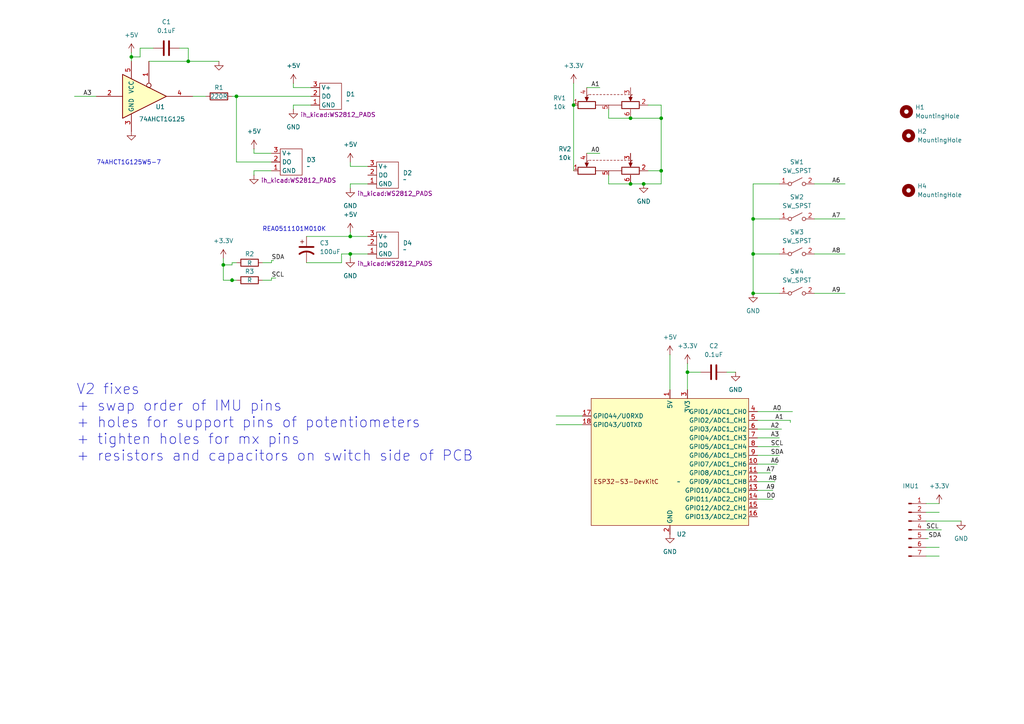
<source format=kicad_sch>
(kicad_sch (version 20231120) (generator "eeschema") (generator_version "8.0")
  (paper "A4")
  (lib_symbols
    (symbol "74xGxx:74AHCT1G125"
      (property "Reference" "U" (at -2.54 3.81 0))
      (property "Value" "74AHCT1G125" (at 0 -3.81 0))
      (symbol "74AHCT1G125_0_1"
        (polyline (pts (xy -7.62 6.35) (xy -7.62 -6.35) (xy 5.08 0) (xy -7.62 6.35)) (stroke (width 0.254)) (fill (type background)))
      )
      (symbol "74AHCT1G125_1_1"
        (pin input inverted (at 0 10.16 270) (length 7.62) (name "~") (number "1"))
        (pin input line (at -15.24 0 0) (length 7.62) (name "~") (number "2"))
        (pin power_in line (at -5.08 -10.16 90) (length 5.08) (name "GND") (number "3"))
        (pin tri_state line (at 12.7 0 180) (length 7.62) (name "~") (number "4"))
        (pin power_in line (at -5.08 10.16 270) (length 5.08) (name "VCC") (number "5"))
      )
    )
    (symbol "Connector:Conn_01x07_Pin" (pin_names (offset 1.016) hide)
      (property "Reference" "J" (at 0 10.16 0))
      (property "Value" "Conn_01x07_Pin" (at 0 -10.16 0))
      (symbol "Conn_01x07_Pin_1_1"
        (polyline (pts (xy 1.27 -7.62) (xy 0.8636 -7.62)) (stroke (width 0.1524)))
        (polyline (pts (xy 1.27 -5.08) (xy 0.8636 -5.08)) (stroke (width 0.1524)))
        (polyline (pts (xy 1.27 -2.54) (xy 0.8636 -2.54)) (stroke (width 0.1524)))
        (polyline (pts (xy 1.27 0) (xy 0.8636 0)) (stroke (width 0.1524)))
        (polyline (pts (xy 1.27 2.54) (xy 0.8636 2.54)) (stroke (width 0.1524)))
        (polyline (pts (xy 1.27 5.08) (xy 0.8636 5.08)) (stroke (width 0.1524)))
        (polyline (pts (xy 1.27 7.62) (xy 0.8636 7.62)) (stroke (width 0.1524)))
        (rectangle (start 0.8636 -7.493) (end 0 -7.747) (stroke (width 0.1524)) (fill (type outline)))
        (rectangle (start 0.8636 -4.953) (end 0 -5.207) (stroke (width 0.1524)) (fill (type outline)))
        (rectangle (start 0.8636 -2.413) (end 0 -2.667) (stroke (width 0.1524)) (fill (type outline)))
        (rectangle (start 0.8636 0.127) (end 0 -0.127) (stroke (width 0.1524)) (fill (type outline)))
        (rectangle (start 0.8636 2.667) (end 0 2.413) (stroke (width 0.1524)) (fill (type outline)))
        (rectangle (start 0.8636 5.207) (end 0 4.953) (stroke (width 0.1524)) (fill (type outline)))
        (rectangle (start 0.8636 7.747) (end 0 7.493) (stroke (width 0.1524)) (fill (type outline)))
        (pin passive line (at 5.08 7.62 180) (length 3.81) (name "Pin_1") (number "1"))
        (pin passive line (at 5.08 5.08 180) (length 3.81) (name "Pin_2") (number "2"))
        (pin passive line (at 5.08 2.54 180) (length 3.81) (name "Pin_3") (number "3"))
        (pin passive line (at 5.08 0 180) (length 3.81) (name "Pin_4") (number "4"))
        (pin passive line (at 5.08 -2.54 180) (length 3.81) (name "Pin_5") (number "5"))
        (pin passive line (at 5.08 -5.08 180) (length 3.81) (name "Pin_6") (number "6"))
        (pin passive line (at 5.08 -7.62 180) (length 3.81) (name "Pin_7") (number "7"))
      )
    )
    (symbol "Device:C" (pin_numbers hide) (pin_names (offset 0.254))
      (property "Reference" "C" (at 0.635 2.54 0))
      (property "Value" "C" (at 0.635 -2.54 0))
      (symbol "C_0_1"
        (polyline (pts (xy -2.032 -0.762) (xy 2.032 -0.762)) (stroke (width 0.508)))
        (polyline (pts (xy -2.032 0.762) (xy 2.032 0.762)) (stroke (width 0.508)))
      )
      (symbol "C_1_1"
        (pin passive line (at 0 3.81 270) (length 2.794) (name "~") (number "1"))
        (pin passive line (at 0 -3.81 90) (length 2.794) (name "~") (number "2"))
      )
    )
    (symbol "Device:C_Polarized_US" (pin_numbers hide) (pin_names (offset 0.254) hide)
      (property "Reference" "C" (at 0.635 2.54 0))
      (property "Value" "C_Polarized_US" (at 0.635 -2.54 0))
      (symbol "C_Polarized_US_0_1"
        (polyline (pts (xy -2.032 0.762) (xy 2.032 0.762)) (stroke (width 0.508)))
        (polyline (pts (xy -1.778 2.286) (xy -0.762 2.286)))
        (polyline (pts (xy -1.27 1.778) (xy -1.27 2.794)))
        (arc (start 2.032 -1.27) (mid 0 -0.5572) (end -2.032 -1.27) (stroke (width 0.508)))
      )
      (symbol "C_Polarized_US_1_1"
        (pin passive line (at 0 3.81 270) (length 2.794) (name "~") (number "1"))
        (pin passive line (at 0 -3.81 90) (length 3.302) (name "~") (number "2"))
      )
    )
    (symbol "Device:R" (pin_numbers hide) (pin_names (offset 0))
      (property "Reference" "R" (at 2.032 0 90))
      (property "Value" "R" (at 0 0 90))
      (symbol "R_0_1"
        (rectangle (start -1.016 -2.54) (end 1.016 2.54) (stroke (width 0.254)))
      )
      (symbol "R_1_1"
        (pin passive line (at 0 3.81 270) (length 1.27) (name "~") (number "1"))
        (pin passive line (at 0 -3.81 90) (length 1.27) (name "~") (number "2"))
      )
    )
    (symbol "Mechanical:MountingHole" (pin_names (offset 1.016)) (exclude_from_sim yes) (in_bom no)
      (property "Reference" "H" (at 0 5.08 0))
      (property "Value" "MountingHole" (at 0 3.175 0))
      (symbol "MountingHole_0_1"
        (circle (center 0 0) (radius 1.27) (stroke (width 1.27)))
      )
    )
    (symbol "Switch:SW_SPST" (pin_names (offset 0) hide)
      (property "Reference" "SW" (at 0 3.175 0))
      (property "Value" "SW_SPST" (at 0 -2.54 0))
      (symbol "SW_SPST_0_0"
        (circle (center -2.032 0) (radius 0.508))
        (polyline (pts (xy -1.524 0.254) (xy 1.524 1.778)))
        (circle (center 2.032 0) (radius 0.508))
      )
      (symbol "SW_SPST_1_1"
        (pin passive line (at -5.08 0 0) (length 2.54) (name "A") (number "1"))
        (pin passive line (at 5.08 0 180) (length 2.54) (name "B") (number "2"))
      )
    )
    (symbol "hattwick:R_Potentiometer_Dual_Wheel" (pin_names (offset 1.016) hide)
      (property "Reference" "RV" (at 0 3.81 0))
      (property "Value" "R_Potentiometer_Dual" (at 0 1.905 0))
      (symbol "R_Potentiometer_Dual_Wheel_0_1"
        (rectangle (start -8.89 -1.524) (end -3.81 -3.556) (stroke (width 0.254)))
        (polyline (pts (xy -6.35 0) (xy -6.35 -1.016)))
        (polyline (pts (xy -6.35 0) (xy -6.35 -1.016)))
        (polyline (pts (xy -6.35 0) (xy -5.842 0.508)))
        (polyline (pts (xy -5.588 0.508) (xy -5.08 0.508)))
        (polyline (pts (xy -4.572 0.508) (xy -4.064 0.508)))
        (polyline (pts (xy -3.81 -2.54) (xy 3.81 -2.54)))
        (polyline (pts (xy -3.556 0.508) (xy -3.048 0.508)))
        (polyline (pts (xy -2.54 0.508) (xy -2.032 0.508)))
        (polyline (pts (xy -1.524 0.508) (xy -1.016 0.508)))
        (polyline (pts (xy -0.508 0.508) (xy 0 0.508)))
        (polyline (pts (xy 0.508 0.508) (xy 1.016 0.508)))
        (polyline (pts (xy 1.524 0.508) (xy 2.032 0.508)))
        (polyline (pts (xy 2.54 0.508) (xy 3.048 0.508)))
        (polyline (pts (xy 3.556 0.508) (xy 4.064 0.508)))
        (polyline (pts (xy 4.572 0.508) (xy 5.08 0.508)))
        (polyline (pts (xy 5.588 0.508) (xy 6.096 0.508)))
        (polyline (pts (xy 6.35 0) (xy 6.35 -1.016)))
        (polyline (pts (xy 6.35 0) (xy 6.35 -1.016)))
        (polyline (pts (xy 6.604 0.508) (xy 6.858 0.508) (xy 6.35 0)))
        (polyline (pts (xy -6.35 -1.397) (xy -6.858 -0.254) (xy -5.842 -0.254) (xy -6.35 -1.397)) (fill (type outline)))
        (polyline (pts (xy 6.35 -1.397) (xy 5.842 -0.254) (xy 6.858 -0.254) (xy 6.35 -1.397)) (fill (type outline)))
        (rectangle (start 3.81 -1.524) (end 8.89 -3.556) (stroke (width 0.254)))
      )
      (symbol "R_Potentiometer_Dual_Wheel_1_0"
        (pin passive line (at 6.35 -6.35 90) (length 2.54) (name "Shield") (number "6"))
      )
      (symbol "R_Potentiometer_Dual_Wheel_1_1"
        (pin passive line (at -10.16 -2.54 0) (length 1.27) (name "1A") (number "1"))
        (pin passive line (at 11.43 -2.54 180) (length 2.54) (name "2B") (number "2"))
        (pin passive line (at 6.35 2.54 270) (length 2.54) (name "2-Wiper") (number "3"))
        (pin passive line (at -6.35 2.54 270) (length 2.54) (name "1-Wiper") (number "4"))
        (pin passive line (at 0 -3.81 90) (length 1.27) (name "Common") (number "5"))
      )
    )
    (symbol "hattwick:WS2812_Pads"
      (property "Reference" "D" (at 3.81 0 0))
      (symbol "WS2812_Pads_0_1"
        (rectangle (start -1.27 3.81) (end 5.08 -3.81))
      )
      (symbol "WS2812_Pads_1_1"
        (pin power_in line (at -3.81 -2.54 0) (length 2.54) (name "GND") (number "1"))
        (pin output line (at -3.81 0 0) (length 2.54) (name "DO") (number "2"))
        (pin power_in line (at -3.81 2.54 0) (length 2.54) (name "V+") (number "3"))
      )
    )
    (symbol "hattwick:Wifiduino-ESP32S3"
      (property "Reference" "U" (at -22.86 46.99 0))
      (symbol "Wifiduino-ESP32S3_0_0"
        (text "ESP32-S3-DevKitC" (at -15.24 0 0) (effects (font (size 1.27 1.27))))
      )
      (symbol "Wifiduino-ESP32S3_0_1"
        (rectangle (start -25.4 24.13) (end 20.32 -12.7) (fill (type background)))
      )
      (symbol "Wifiduino-ESP32S3_1_0"
        (pin bidirectional line (at 22.86 -10.16 180) (length 2.54) (name "GPIO13/ADC2_CH2") (number "16"))
        (pin bidirectional line (at -27.94 19.05 0) (length 2.54) (name "GPIO44/U0RXD") (number "17"))
        (pin bidirectional line (at -27.94 16.51 0) (length 2.54) (name "GPIO43/U0TXD") (number "18"))
        (pin power_in line (at -2.54 -15.24 90) (length 2.54) (name "GND") (number "2"))
        (pin bidirectional line (at 22.86 20.32 180) (length 2.54) (name "GPIO1/ADC1_CH0") (number "4"))
        (pin bidirectional line (at 22.86 17.78 180) (length 2.54) (name "GPIO2/ADC1_CH1") (number "5"))
      )
      (symbol "Wifiduino-ESP32S3_1_1"
        (pin power_in line (at -2.54 26.67 270) (length 2.54) (name "5V") (number "1"))
        (pin bidirectional line (at 22.86 5.08 180) (length 2.54) (name "GPIO7/ADC1_CH6") (number "10"))
        (pin bidirectional line (at 22.86 2.54 180) (length 2.54) (name "GPIO8/ADC1_CH7") (number "11"))
        (pin bidirectional line (at 22.86 0 180) (length 2.54) (name "GPIO9/ADC1_CH8") (number "12"))
        (pin bidirectional line (at 22.86 -2.54 180) (length 2.54) (name "GPIO10/ADC1_CH9") (number "13"))
        (pin bidirectional line (at 22.86 -5.08 180) (length 2.54) (name "GPIO11/ADC2_CH0") (number "14"))
        (pin bidirectional line (at 22.86 -7.62 180) (length 2.54) (name "GPIO12/ADC2_CH1") (number "15"))
        (pin power_in line (at 2.54 26.67 270) (length 2.54) (name "3V3") (number "3"))
        (pin bidirectional line (at 22.86 15.24 180) (length 2.54) (name "GPIO3/ADC1_CH2") (number "6"))
        (pin bidirectional line (at 22.86 12.7 180) (length 2.54) (name "GPIO4/ADC1_CH3") (number "7"))
        (pin bidirectional line (at 22.86 10.16 180) (length 2.54) (name "GPIO5/ADC1_CH4") (number "8"))
        (pin bidirectional line (at 22.86 7.62 180) (length 2.54) (name "GPIO6/ADC1_CH5") (number "9"))
      )
    )
    (symbol "power:+3.3V" (power) (pin_numbers hide) (pin_names (offset 0) hide)
      (property "Value" "+3.3V" (at 0 3.556 0))
      (symbol "+3.3V_0_1"
        (polyline (pts (xy -0.762 1.27) (xy 0 2.54)))
        (polyline (pts (xy 0 0) (xy 0 2.54)))
        (polyline (pts (xy 0 2.54) (xy 0.762 1.27)))
      )
      (symbol "+3.3V_1_1"
        (pin power_in line (at 0 0 90) (length 0) (name "~") (number "1"))
      )
    )
    (symbol "power:+5V" (power) (pin_numbers hide) (pin_names (offset 0) hide)
      (property "Value" "+5V" (at 0 3.556 0))
      (symbol "+5V_0_1"
        (polyline (pts (xy -0.762 1.27) (xy 0 2.54)))
        (polyline (pts (xy 0 0) (xy 0 2.54)))
        (polyline (pts (xy 0 2.54) (xy 0.762 1.27)))
      )
      (symbol "+5V_1_1"
        (pin power_in line (at 0 0 90) (length 0) (name "~") (number "1"))
      )
    )
    (symbol "power:GND" (power) (pin_numbers hide) (pin_names (offset 0) hide)
      (property "Value" "GND" (at 0 -3.81 0))
      (symbol "GND_0_1"
        (polyline (pts (xy 0 0) (xy 0 -1.27) (xy 1.27 -1.27) (xy 0 -2.54) (xy -1.27 -1.27) (xy 0 -1.27)))
      )
      (symbol "GND_1_1"
        (pin power_in line (at 0 0 270) (length 0) (name "~") (number "1"))
      )
    )
  )
  (junction (at 218.44 73.66))
  (junction (at 166.37 30.48))
  (junction (at 68.58 27.94))
  (junction (at 64.77 76.835))
  (junction (at 199.39 107.95))
  (junction (at 182.88 53.34))
  (junction (at 186.69 53.34))
  (junction (at 218.44 63.5))
  (junction (at 101.6 68.58))
  (junction (at 218.44 85.09))
  (junction (at 191.77 49.53))
  (junction (at 38.1 16.51))
  (junction (at 54.61 17.78))
  (junction (at 101.6 73.66))
  (junction (at 67.31 81.28))
  (junction (at 182.88 34.29))
  (junction (at 191.77 34.29))
  (wire (pts (xy 101.6 48.26) (xy 101.6 46.99)))
  (wire (pts (xy 90.17 25.4) (xy 85.09 25.4)))
  (wire (pts (xy 176.53 34.29) (xy 182.88 34.29)))
  (wire (pts (xy 219.71 134.62) (xy 225.425 134.62)))
  (wire (pts (xy 219.71 144.78) (xy 224.155 144.78)))
  (wire (pts (xy 219.71 121.92) (xy 229.235 121.92)))
  (wire (pts (xy 219.71 129.54) (xy 226.06 129.54)))
  (wire (pts (xy 229.235 121.92) (xy 229.235 122.555)))
  (wire (pts (xy 99.06 76.2) (xy 99.06 73.66)))
  (wire (pts (xy 199.39 107.95) (xy 199.39 113.03)))
  (wire (pts (xy 73.66 49.53) (xy 73.66 50.8)))
  (wire (pts (xy 191.77 53.34) (xy 191.77 49.53)))
  (wire (pts (xy 199.39 105.41) (xy 199.39 107.95)))
  (wire (pts (xy 106.68 48.26) (xy 101.6 48.26)))
  (wire (pts (xy 38.1 15.24) (xy 38.1 16.51)))
  (wire (pts (xy 166.37 30.48) (xy 166.37 49.53)))
  (wire (pts (xy 186.69 53.34) (xy 191.77 53.34)))
  (wire (pts (xy 218.44 63.5) (xy 218.44 73.66)))
  (wire (pts (xy 219.71 139.7) (xy 224.79 139.7)))
  (wire (pts (xy 176.53 31.75) (xy 176.53 34.29)))
  (wire (pts (xy 52.07 13.97) (xy 54.61 13.97)))
  (wire (pts (xy 76.2 76.2) (xy 78.74 76.2)))
  (wire (pts (xy 218.44 73.66) (xy 218.44 85.09)))
  (wire (pts (xy 54.61 17.78) (xy 63.5 17.78)))
  (wire (pts (xy 219.71 124.46) (xy 226.695 124.46)))
  (wire (pts (xy 191.77 49.53) (xy 191.77 34.29)))
  (wire (pts (xy 106.68 68.58) (xy 101.6 68.58)))
  (wire (pts (xy 219.71 119.38) (xy 229.87 119.38)))
  (wire (pts (xy 219.71 137.16) (xy 223.52 137.16)))
  (wire (pts (xy 64.77 76.835) (xy 64.77 81.28)))
  (wire (pts (xy 78.74 49.53) (xy 73.66 49.53)))
  (wire (pts (xy 78.74 80.645) (xy 80.01 80.645)))
  (wire (pts (xy 73.66 44.45) (xy 73.66 43.18)))
  (wire (pts (xy 64.77 76.835) (xy 67.31 76.835)))
  (wire (pts (xy 67.31 81.28) (xy 68.58 81.28)))
  (wire (pts (xy 44.45 13.97) (xy 40.64 13.97)))
  (wire (pts (xy 199.39 107.95) (xy 203.2 107.95)))
  (wire (pts (xy 268.605 146.05) (xy 272.415 146.05)))
  (wire (pts (xy 64.77 74.93) (xy 64.77 76.835)))
  (wire (pts (xy 236.22 85.09) (xy 245.11 85.09)))
  (wire (pts (xy 268.605 153.67) (xy 273.05 153.67)))
  (wire (pts (xy 67.31 81.28) (xy 67.31 80.645)))
  (wire (pts (xy 106.68 73.66) (xy 101.6 73.66)))
  (wire (pts (xy 170.18 25.4) (xy 173.99 25.4)))
  (wire (pts (xy 78.74 76.2) (xy 78.74 75.565)))
  (wire (pts (xy 21.59 27.94) (xy 27.94 27.94)))
  (wire (pts (xy 106.68 53.34) (xy 101.6 53.34)))
  (wire (pts (xy 218.44 53.34) (xy 218.44 63.5)))
  (wire (pts (xy 85.09 25.4) (xy 85.09 24.13)))
  (wire (pts (xy 88.9 68.58) (xy 101.6 68.58)))
  (wire (pts (xy 101.6 73.66) (xy 101.6 74.93)))
  (wire (pts (xy 54.61 13.97) (xy 54.61 17.78)))
  (wire (pts (xy 88.9 76.2) (xy 99.06 76.2)))
  (wire (pts (xy 219.71 127) (xy 226.06 127)))
  (wire (pts (xy 101.6 53.34) (xy 101.6 54.61)))
  (wire (pts (xy 166.37 24.13) (xy 166.37 30.48)))
  (wire (pts (xy 67.31 76.2) (xy 68.58 76.2)))
  (wire (pts (xy 40.64 16.51) (xy 38.1 16.51)))
  (wire (pts (xy 219.71 142.24) (xy 224.155 142.24)))
  (wire (pts (xy 176.53 53.34) (xy 182.88 53.34)))
  (wire (pts (xy 43.18 17.78) (xy 54.61 17.78)))
  (wire (pts (xy 268.605 151.13) (xy 278.765 151.13)))
  (wire (pts (xy 55.88 27.94) (xy 59.69 27.94)))
  (wire (pts (xy 78.74 81.28) (xy 78.74 80.645)))
  (wire (pts (xy 101.6 68.58) (xy 101.6 67.31)))
  (wire (pts (xy 40.64 13.97) (xy 40.64 16.51)))
  (wire (pts (xy 268.605 161.29) (xy 272.415 161.29)))
  (wire (pts (xy 78.74 44.45) (xy 73.66 44.45)))
  (wire (pts (xy 170.18 44.45) (xy 173.99 44.45)))
  (wire (pts (xy 191.77 30.48) (xy 191.77 34.29)))
  (wire (pts (xy 210.82 107.95) (xy 213.36 107.95)))
  (wire (pts (xy 236.22 73.66) (xy 245.11 73.66)))
  (wire (pts (xy 78.74 75.565) (xy 79.375 75.565)))
  (wire (pts (xy 187.96 49.53) (xy 191.77 49.53)))
  (wire (pts (xy 219.71 132.08) (xy 226.06 132.08)))
  (wire (pts (xy 68.58 46.99) (xy 68.58 27.94)))
  (wire (pts (xy 176.53 50.8) (xy 176.53 53.34)))
  (wire (pts (xy 236.22 63.5) (xy 245.11 63.5)))
  (wire (pts (xy 218.44 85.09) (xy 226.06 85.09)))
  (wire (pts (xy 67.31 76.835) (xy 67.31 76.2)))
  (wire (pts (xy 161.29 123.19) (xy 168.91 123.19)))
  (wire (pts (xy 85.09 30.48) (xy 85.09 31.75)))
  (wire (pts (xy 67.31 27.94) (xy 68.58 27.94)))
  (wire (pts (xy 90.17 30.48) (xy 85.09 30.48)))
  (wire (pts (xy 99.06 73.66) (xy 101.6 73.66)))
  (wire (pts (xy 218.44 53.34) (xy 226.06 53.34)))
  (wire (pts (xy 182.88 53.34) (xy 186.69 53.34)))
  (wire (pts (xy 76.2 81.28) (xy 78.74 81.28)))
  (wire (pts (xy 191.77 34.29) (xy 182.88 34.29)))
  (wire (pts (xy 268.605 156.21) (xy 269.24 156.21)))
  (wire (pts (xy 218.44 63.5) (xy 226.06 63.5)))
  (wire (pts (xy 161.29 120.65) (xy 168.91 120.65)))
  (wire (pts (xy 187.96 30.48) (xy 191.77 30.48)))
  (wire (pts (xy 38.1 16.51) (xy 38.1 17.78)))
  (wire (pts (xy 268.605 148.59) (xy 272.415 148.59)))
  (wire (pts (xy 218.44 73.66) (xy 226.06 73.66)))
  (wire (pts (xy 78.74 46.99) (xy 68.58 46.99)))
  (wire (pts (xy 194.31 102.87) (xy 194.31 113.03)))
  (wire (pts (xy 68.58 27.94) (xy 90.17 27.94)))
  (wire (pts (xy 236.22 53.34) (xy 245.11 53.34)))
  (wire (pts (xy 268.605 158.75) (xy 272.415 158.75)))
  (wire (pts (xy 64.77 81.28) (xy 67.31 81.28)))
  (text "V2 fixes\n+ swap order of IMU pins\n+ holes for support pins of potentiometers\n+ tighten holes for mx pins\n+ resistors and capacitors on switch side of PCB" (at 22.098 122.682 0) (effects (font (size 3 3)) (justify left)))
  (text "REA0511101M010K" (at 85.344 66.548 0) (effects (font (size 1.27 1.27))))
  (text "74AHCT1G125W5-7" (at 37.338 47.244 0) (effects (font (size 1.27 1.27))))
  (label "A9" (at 222.25 142.24 0))
  (label "A8" (at 241.3 73.66 0))
  (label "SCL" (at 223.52 129.54 0))
  (label "A0" (at 171.45 44.45 0))
  (label "SDA" (at 269.24 156.21 0))
  (label "SDA" (at 78.74 75.565 0))
  (label "A3" (at 24.13 27.94 0))
  (label "A2" (at 223.52 124.46 0))
  (label "A0" (at 224.155 119.38 0))
  (label "SCL" (at 78.74 80.645 0))
  (label "A3" (at 223.52 127 0))
  (label "A7" (at 241.3 63.5 0))
  (label "A6" (at 241.3 53.34 0))
  (label "A9" (at 241.3 85.09 0))
  (label "A8" (at 222.885 139.7 0))
  (label "A7" (at 222.25 137.16 0))
  (label "D0" (at 222.25 144.78 0))
  (label "A6" (at 223.52 134.62 0))
  (label "SCL" (at 268.605 153.67 0))
  (label "SDA" (at 223.52 132.08 0))
  (label "A1" (at 224.79 121.92 0))
  (label "A1" (at 171.45 25.4 0))
  (symbol (lib_id "power:GND") (at 101.6 74.93 0) (unit 1)
    (property "Reference" "#PWR017" (effects (hide yes)))
    (property "Value" "GND" (at 101.6 80.01 0))
    (property "Description" "Power symbol creates a global label with name \"GND\" , ground" (effects (hide yes)))
  )
  (symbol (lib_id "power:GND") (at 73.66 50.8 0) (unit 1)
    (property "Reference" "#PWR015" (effects (hide yes)))
    (property "Value" "GND" (effects (hide yes)))
    (property "Description" "Power symbol creates a global label with name \"GND\" , ground" (effects (hide yes)))
  )
  (symbol (lib_id "Device:C") (at 48.26 13.97 90) (unit 1)
    (property "Reference" "C1" (at 48.26 6.35 90))
    (property "Value" "0.1uF" (at 48.26 8.89 90))
    (property "Footprint" "Capacitor_THT:C_Disc_D5.1mm_W3.2mm_P5.00mm" (effects (hide yes)))
    (property "Description" "Unpolarized capacitor" (effects (hide yes)))
  )
  (symbol (lib_id "power:+5V") (at 38.1 15.24 0) (unit 1)
    (property "Reference" "#PWR014" (effects (hide yes)))
    (property "Value" "+5V" (at 38.1 10.16 0))
    (property "Description" "Power symbol creates a global label with name \"+5V\"" (effects (hide yes)))
  )
  (symbol (lib_id "power:+3.3V") (at 272.415 146.05 0) (unit 1)
    (property "Reference" "#PWR019" (effects (hide yes)))
    (property "Value" "+3.3V" (at 272.415 140.97 0))
    (property "Description" "Power symbol creates a global label with name \"+3.3V\"" (effects (hide yes)))
  )
  (symbol (lib_id "power:+5V") (at 73.66 43.18 0) (unit 1)
    (property "Reference" "#PWR011" (effects (hide yes)))
    (property "Value" "+5V" (at 73.66 38.1 0))
    (property "Description" "Power symbol creates a global label with name \"+5V\"" (effects (hide yes)))
  )
  (symbol (lib_id "power:GND") (at 101.6 54.61 0) (unit 1)
    (property "Reference" "#PWR05" (effects (hide yes)))
    (property "Value" "GND" (at 101.6 59.69 0))
    (property "Description" "Power symbol creates a global label with name \"GND\" , ground" (effects (hide yes)))
  )
  (symbol (lib_id "power:GND") (at 186.69 53.34 0) (unit 1)
    (property "Reference" "#PWR018" (effects (hide yes)))
    (property "Value" "GND" (at 186.69 58.42 0))
    (property "Description" "Power symbol creates a global label with name \"GND\" , ground" (effects (hide yes)))
  )
  (symbol (lib_id "power:+5V") (at 101.6 67.31 0) (unit 1)
    (property "Reference" "#PWR016" (effects (hide yes)))
    (property "Value" "+5V" (at 101.6 62.23 0))
    (property "Description" "Power symbol creates a global label with name \"+5V\"" (effects (hide yes)))
  )
  (symbol (lib_id "Device:R") (at 72.39 76.2 90) (unit 1)
    (property "Reference" "R2" (at 72.39 73.66 90))
    (property "Value" "R" (at 72.39 76.327 90))
    (property "Footprint" "Resistor_THT:R_Axial_DIN0204_L3.6mm_D1.6mm_P7.62mm_Horizontal" (effects (hide yes)))
    (property "Description" "Resistor" (effects (hide yes)))
  )
  (symbol (lib_id "Device:C_Polarized_US") (at 88.9 72.39 0) (unit 1)
    (property "Reference" "C3" (at 92.71 70.4849 0) (effects (justify left)))
    (property "Value" "100uF" (at 92.71 73.0249 0) (effects (justify left)))
    (property "Footprint" "Capacitor_THT:CP_Radial_D5.0mm_P2.00mm" (effects (hide yes)))
    (property "Description" "Polarized capacitor, US symbol" (effects (hide yes)))
  )
  (symbol (lib_id "Mechanical:MountingHole") (at 263.525 39.37 0) (unit 1)
    (property "Reference" "H2" (at 266.065 38.1 0) (effects (justify left)))
    (property "Value" "MountingHole" (at 266.065 40.64 0) (effects (justify left)))
    (property "Footprint" "MountingHole:MountingHole_3.2mm_M3" (effects (hide yes)))
    (property "Description" "Mounting Hole without connection" (effects (hide yes)))
  )
  (symbol (lib_id "power:GND") (at 278.765 151.13 0) (unit 1)
    (property "Reference" "#PWR020" (effects (hide yes)))
    (property "Value" "GND" (at 278.765 156.21 0))
    (property "Description" "Power symbol creates a global label with name \"GND\" , ground" (effects (hide yes)))
  )
  (symbol (lib_id "power:+3.3V") (at 166.37 24.13 0) (unit 1)
    (property "Reference" "#PWR021" (effects (hide yes)))
    (property "Value" "+3.3V" (at 166.37 19.05 0))
    (property "Description" "Power symbol creates a global label with name \"+3.3V\"" (effects (hide yes)))
  )
  (symbol (lib_id "Device:R") (at 72.39 81.28 90) (unit 1)
    (property "Reference" "R3" (at 72.39 78.74 90))
    (property "Value" "R" (at 72.39 81.28 90))
    (property "Footprint" "Resistor_THT:R_Axial_DIN0204_L3.6mm_D1.6mm_P7.62mm_Horizontal" (effects (hide yes)))
    (property "Description" "Resistor" (effects (hide yes)))
  )
  (symbol (lib_id "hattwick:WS2812_Pads") (at 110.49 50.8 0) (unit 1)
    (property "Reference" "D2" (at 116.84 50.1649 0) (effects (justify left)))
    (property "Value" "~" (at 116.84 52.07 0) (effects (justify left)))
    (property "Footprint" "ih_kicad:WS2812_PADS" (at 114.554 56.134 0))
  )
  (symbol (lib_id "hattwick:WS2812_Pads") (at 110.49 71.12 0) (unit 1)
    (property "Reference" "D4" (at 116.84 70.4849 0) (effects (justify left)))
    (property "Value" "~" (at 116.84 72.39 0) (effects (justify left)))
    (property "Footprint" "ih_kicad:WS2812_PADS" (at 114.554 76.454 0))
  )
  (symbol (lib_id "Mechanical:MountingHole") (at 263.525 55.245 0) (unit 1)
    (property "Reference" "H4" (at 266.065 53.975 0) (effects (justify left)))
    (property "Value" "MountingHole" (at 266.065 56.515 0) (effects (justify left)))
    (property "Footprint" "MountingHole:MountingHole_3.2mm_M3" (effects (hide yes)))
    (property "Description" "Mounting Hole without connection" (effects (hide yes)))
  )
  (symbol (lib_id "hattwick:Wifiduino-ESP32S3") (at 196.85 139.7 0) (unit 1)
    (property "Reference" "U2" (at 196.2659 154.94 0) (effects (justify left)))
    (property "Value" "~" (at 196.85 139.7 0))
    (property "Footprint" "ih_kicad:Wifiduino-ESP32S3-SMD" (effects (hide yes)))
  )
  (symbol (lib_id "power:GND") (at 85.09 31.75 0) (unit 1)
    (property "Reference" "#PWR012" (effects (hide yes)))
    (property "Value" "GND" (at 85.09 36.83 0))
    (property "Description" "Power symbol creates a global label with name \"GND\" , ground" (effects (hide yes)))
  )
  (symbol (lib_id "Switch:SW_SPST") (at 231.14 85.09 0) (unit 1)
    (property "Reference" "SW4" (at 231.14 78.74 0))
    (property "Value" "SW_SPST" (at 231.14 81.28 0))
    (property "Footprint" "Button_Switch_Keyboard:SW_Cherry_MX_1.00u_Plate" (effects (hide yes)))
    (property "Description" "Single Pole Single Throw (SPST) switch" (effects (hide yes)))
  )
  (symbol (lib_id "hattwick:WS2812_Pads") (at 93.98 27.94 0) (unit 1)
    (property "Reference" "D1" (at 100.33 27.3049 0) (effects (justify left)))
    (property "Value" "~" (at 100.33 29.21 0) (effects (justify left)))
    (property "Footprint" "ih_kicad:WS2812_PADS" (at 98.044 33.274 0))
  )
  (symbol (lib_id "Switch:SW_SPST") (at 231.14 53.34 0) (unit 1)
    (property "Reference" "SW1" (at 231.14 46.99 0))
    (property "Value" "SW_SPST" (at 231.14 49.53 0))
    (property "Footprint" "Button_Switch_Keyboard:SW_Cherry_MX_1.00u_Plate" (effects (hide yes)))
    (property "Description" "Single Pole Single Throw (SPST) switch" (effects (hide yes)))
  )
  (symbol (lib_id "power:+5V") (at 85.09 24.13 0) (unit 1)
    (property "Reference" "#PWR06" (effects (hide yes)))
    (property "Value" "+5V" (at 85.09 19.05 0))
    (property "Description" "Power symbol creates a global label with name \"+5V\"" (effects (hide yes)))
  )
  (symbol (lib_id "Device:R") (at 63.5 27.94 90) (unit 1)
    (property "Reference" "R1" (at 63.5 25.4 90))
    (property "Value" "220R" (at 63.5 27.94 90))
    (property "Footprint" "Resistor_THT:R_Axial_DIN0204_L3.6mm_D1.6mm_P7.62mm_Horizontal" (effects (hide yes)))
    (property "Description" "Resistor" (effects (hide yes)))
  )
  (symbol (lib_id "power:+3.3V") (at 199.39 105.41 0) (unit 1)
    (property "Reference" "#PWR02" (effects (hide yes)))
    (property "Value" "+3.3V" (at 199.39 100.33 0))
    (property "Description" "Power symbol creates a global label with name \"+3.3V\"" (effects (hide yes)))
  )
  (symbol (lib_id "Switch:SW_SPST") (at 231.14 63.5 0) (unit 1)
    (property "Reference" "SW2" (at 231.14 57.15 0))
    (property "Value" "SW_SPST" (at 231.14 59.69 0))
    (property "Footprint" "Button_Switch_Keyboard:SW_Cherry_MX_1.00u_Plate" (effects (hide yes)))
    (property "Description" "Single Pole Single Throw (SPST) switch" (effects (hide yes)))
  )
  (symbol (lib_id "power:GND") (at 194.31 154.94 0) (unit 1)
    (property "Reference" "#PWR01" (effects (hide yes)))
    (property "Value" "GND" (at 194.31 160.02 0))
    (property "Description" "Power symbol creates a global label with name \"GND\" , ground" (effects (hide yes)))
  )
  (symbol (lib_id "74xGxx:74AHCT1G125") (at 43.18 27.94 0) (unit 1)
    (property "Reference" "U1" (at 46.482 30.988 0))
    (property "Value" "74AHCT1G125" (at 46.99 34.544 0))
    (property "Footprint" "Package_TO_SOT_SMD:TSOT-23-5_HandSoldering" (effects (hide yes)))
    (property "Datasheet" "http://www.ti.com/lit/sg/scyt129e/scyt129e.pdf" (effects (hide yes)))
    (property "Description" "Single Buffer Gate Tri-State, Low-Voltage CMOS" (effects (hide yes)))
  )
  (symbol (lib_id "power:+3.3V") (at 64.77 74.93 0) (unit 1)
    (property "Reference" "#PWR03" (effects (hide yes)))
    (property "Value" "+3.3V" (at 64.77 69.85 0))
    (property "Description" "Power symbol creates a global label with name \"+3.3V\"" (effects (hide yes)))
  )
  (symbol (lib_id "power:+5V") (at 101.6 46.99 0) (unit 1)
    (property "Reference" "#PWR04" (effects (hide yes)))
    (property "Value" "+5V" (at 101.6 41.91 0))
    (property "Description" "Power symbol creates a global label with name \"+5V\"" (effects (hide yes)))
  )
  (symbol (lib_id "hattwick:R_Potentiometer_Dual_Wheel") (at 176.53 46.99 0) (unit 1)
    (property "Reference" "RV2" (at 163.83 43.2114 0))
    (property "Value" "10k" (at 163.83 45.7514 0))
    (property "Footprint" "ih_kicad:potentiometer_wheel_10mm" (effects (hide yes)))
    (property "Description" "Dual potentiometer" (effects (hide yes)))
  )
  (symbol (lib_id "power:+5V") (at 194.31 102.87 0) (unit 1)
    (property "Reference" "#PWR010" (effects (hide yes)))
    (property "Value" "+5V" (at 194.31 97.79 0))
    (property "Description" "Power symbol creates a global label with name \"+5V\"" (effects (hide yes)))
  )
  (symbol (lib_id "Mechanical:MountingHole") (at 262.89 32.385 0) (unit 1)
    (property "Reference" "H1" (at 265.43 31.115 0) (effects (justify left)))
    (property "Value" "MountingHole" (at 265.43 33.655 0) (effects (justify left)))
    (property "Footprint" "MountingHole:MountingHole_3.2mm_M3" (effects (hide yes)))
    (property "Description" "Mounting Hole without connection" (effects (hide yes)))
  )
  (symbol (lib_id "power:GND") (at 38.1 38.1 0) (unit 1)
    (property "Reference" "#PWR07" (effects (hide yes)))
    (property "Value" "GND" (effects (hide yes)))
    (property "Description" "Power symbol creates a global label with name \"GND\" , ground" (effects (hide yes)))
  )
  (symbol (lib_id "power:GND") (at 213.36 107.95 0) (unit 1)
    (property "Reference" "#PWR09" (effects (hide yes)))
    (property "Value" "GND" (at 213.36 113.03 0))
    (property "Description" "Power symbol creates a global label with name \"GND\" , ground" (effects (hide yes)))
  )
  (symbol (lib_id "Connector:Conn_01x07_Pin") (at 263.525 153.67 0) (unit 1)
    (property "Reference" "IMU1" (at 264.16 140.97 0))
    (property "Value" "Conn_01x07_Pin" (effects (hide yes)))
    (property "Footprint" "Connector_PinHeader_2.54mm:PinHeader_1x07_P2.54mm_Vertical" (effects (hide yes)))
    (property "Description" "Generic connector, single row, 01x07, script generated" (effects (hide yes)))
  )
  (symbol (lib_id "Switch:SW_SPST") (at 231.14 73.66 0) (unit 1)
    (property "Reference" "SW3" (at 231.14 67.31 0))
    (property "Value" "SW_SPST" (at 231.14 69.85 0))
    (property "Footprint" "Button_Switch_Keyboard:SW_Cherry_MX_1.00u_Plate" (effects (hide yes)))
    (property "Description" "Single Pole Single Throw (SPST) switch" (effects (hide yes)))
  )
  (symbol (lib_id "hattwick:WS2812_Pads") (at 82.55 46.99 0) (unit 1)
    (property "Reference" "D3" (at 88.9 46.3549 0) (effects (justify left)))
    (property "Value" "~" (at 88.9 48.26 0) (effects (justify left)))
    (property "Footprint" "ih_kicad:WS2812_PADS" (at 86.614 52.324 0))
  )
  (symbol (lib_id "hattwick:R_Potentiometer_Dual_Wheel") (at 176.53 27.94 0) (unit 1)
    (property "Reference" "RV1" (at 162.306 28.448 0))
    (property "Value" "10k" (at 162.306 30.988 0))
    (property "Footprint" "ih_kicad:potentiometer_wheel_10mm" (effects (hide yes)))
    (property "Description" "Dual potentiometer" (effects (hide yes)))
  )
  (symbol (lib_id "Device:C") (at 207.01 107.95 270) (unit 1)
    (property "Reference" "C2" (at 207.01 100.33 90))
    (property "Value" "0.1uF" (at 207.01 102.87 90))
    (property "Footprint" "Capacitor_THT:C_Disc_D5.1mm_W3.2mm_P5.00mm" (effects (hide yes)))
    (property "Description" "Unpolarized capacitor" (effects (hide yes)))
  )
  (symbol (lib_id "power:GND") (at 63.5 17.78 0) (unit 1)
    (property "Reference" "#PWR08" (effects (hide yes)))
    (property "Value" "GND" (effects (hide yes)))
    (property "Description" "Power symbol creates a global label with name \"GND\" , ground" (effects (hide yes)))
  )
  (symbol (lib_id "power:GND") (at 218.44 85.09 0) (unit 1)
    (property "Reference" "#PWR013" (effects (hide yes)))
    (property "Value" "GND" (at 218.44 90.17 0))
    (property "Description" "Power symbol creates a global label with name \"GND\" , ground" (effects (hide yes)))
  )
)
</source>
